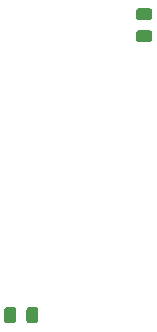
<source format=gtp>
G04 #@! TF.GenerationSoftware,KiCad,Pcbnew,6.0.0-rc1-unknown-e7fa02a~66~ubuntu18.04.1*
G04 #@! TF.CreationDate,2020-06-20T12:06:20-07:00
G04 #@! TF.ProjectId,fp2,6670322e-6b69-4636-9164-5f7063625858,rev?*
G04 #@! TF.SameCoordinates,Original*
G04 #@! TF.FileFunction,Paste,Top*
G04 #@! TF.FilePolarity,Positive*
%FSLAX46Y46*%
G04 Gerber Fmt 4.6, Leading zero omitted, Abs format (unit mm)*
G04 Created by KiCad (PCBNEW 6.0.0-rc1-unknown-e7fa02a~66~ubuntu18.04.1) date Sat 20 Jun 2020 12:06:20 PM PDT*
%MOMM*%
%LPD*%
G04 APERTURE LIST*
%ADD10C,0.100000*%
%ADD11C,0.975000*%
G04 APERTURE END LIST*
D10*
G36*
X417511142Y-284035174D02*
G01*
X417534803Y-284038684D01*
X417558007Y-284044496D01*
X417580529Y-284052554D01*
X417602153Y-284062782D01*
X417622670Y-284075079D01*
X417641883Y-284089329D01*
X417659607Y-284105393D01*
X417675671Y-284123117D01*
X417689921Y-284142330D01*
X417702218Y-284162847D01*
X417712446Y-284184471D01*
X417720504Y-284206993D01*
X417726316Y-284230197D01*
X417729826Y-284253858D01*
X417731000Y-284277750D01*
X417731000Y-285190250D01*
X417729826Y-285214142D01*
X417726316Y-285237803D01*
X417720504Y-285261007D01*
X417712446Y-285283529D01*
X417702218Y-285305153D01*
X417689921Y-285325670D01*
X417675671Y-285344883D01*
X417659607Y-285362607D01*
X417641883Y-285378671D01*
X417622670Y-285392921D01*
X417602153Y-285405218D01*
X417580529Y-285415446D01*
X417558007Y-285423504D01*
X417534803Y-285429316D01*
X417511142Y-285432826D01*
X417487250Y-285434000D01*
X416999750Y-285434000D01*
X416975858Y-285432826D01*
X416952197Y-285429316D01*
X416928993Y-285423504D01*
X416906471Y-285415446D01*
X416884847Y-285405218D01*
X416864330Y-285392921D01*
X416845117Y-285378671D01*
X416827393Y-285362607D01*
X416811329Y-285344883D01*
X416797079Y-285325670D01*
X416784782Y-285305153D01*
X416774554Y-285283529D01*
X416766496Y-285261007D01*
X416760684Y-285237803D01*
X416757174Y-285214142D01*
X416756000Y-285190250D01*
X416756000Y-284277750D01*
X416757174Y-284253858D01*
X416760684Y-284230197D01*
X416766496Y-284206993D01*
X416774554Y-284184471D01*
X416784782Y-284162847D01*
X416797079Y-284142330D01*
X416811329Y-284123117D01*
X416827393Y-284105393D01*
X416845117Y-284089329D01*
X416864330Y-284075079D01*
X416884847Y-284062782D01*
X416906471Y-284052554D01*
X416928993Y-284044496D01*
X416952197Y-284038684D01*
X416975858Y-284035174D01*
X416999750Y-284034000D01*
X417487250Y-284034000D01*
X417511142Y-284035174D01*
X417511142Y-284035174D01*
G37*
D11*
X417243500Y-284734000D03*
D10*
G36*
X415636142Y-284035174D02*
G01*
X415659803Y-284038684D01*
X415683007Y-284044496D01*
X415705529Y-284052554D01*
X415727153Y-284062782D01*
X415747670Y-284075079D01*
X415766883Y-284089329D01*
X415784607Y-284105393D01*
X415800671Y-284123117D01*
X415814921Y-284142330D01*
X415827218Y-284162847D01*
X415837446Y-284184471D01*
X415845504Y-284206993D01*
X415851316Y-284230197D01*
X415854826Y-284253858D01*
X415856000Y-284277750D01*
X415856000Y-285190250D01*
X415854826Y-285214142D01*
X415851316Y-285237803D01*
X415845504Y-285261007D01*
X415837446Y-285283529D01*
X415827218Y-285305153D01*
X415814921Y-285325670D01*
X415800671Y-285344883D01*
X415784607Y-285362607D01*
X415766883Y-285378671D01*
X415747670Y-285392921D01*
X415727153Y-285405218D01*
X415705529Y-285415446D01*
X415683007Y-285423504D01*
X415659803Y-285429316D01*
X415636142Y-285432826D01*
X415612250Y-285434000D01*
X415124750Y-285434000D01*
X415100858Y-285432826D01*
X415077197Y-285429316D01*
X415053993Y-285423504D01*
X415031471Y-285415446D01*
X415009847Y-285405218D01*
X414989330Y-285392921D01*
X414970117Y-285378671D01*
X414952393Y-285362607D01*
X414936329Y-285344883D01*
X414922079Y-285325670D01*
X414909782Y-285305153D01*
X414899554Y-285283529D01*
X414891496Y-285261007D01*
X414885684Y-285237803D01*
X414882174Y-285214142D01*
X414881000Y-285190250D01*
X414881000Y-284277750D01*
X414882174Y-284253858D01*
X414885684Y-284230197D01*
X414891496Y-284206993D01*
X414899554Y-284184471D01*
X414909782Y-284162847D01*
X414922079Y-284142330D01*
X414936329Y-284123117D01*
X414952393Y-284105393D01*
X414970117Y-284089329D01*
X414989330Y-284075079D01*
X415009847Y-284062782D01*
X415031471Y-284052554D01*
X415053993Y-284044496D01*
X415077197Y-284038684D01*
X415100858Y-284035174D01*
X415124750Y-284034000D01*
X415612250Y-284034000D01*
X415636142Y-284035174D01*
X415636142Y-284035174D01*
G37*
D11*
X415368500Y-284734000D03*
D10*
G36*
X427200142Y-260625174D02*
G01*
X427223803Y-260628684D01*
X427247007Y-260634496D01*
X427269529Y-260642554D01*
X427291153Y-260652782D01*
X427311670Y-260665079D01*
X427330883Y-260679329D01*
X427348607Y-260695393D01*
X427364671Y-260713117D01*
X427378921Y-260732330D01*
X427391218Y-260752847D01*
X427401446Y-260774471D01*
X427409504Y-260796993D01*
X427415316Y-260820197D01*
X427418826Y-260843858D01*
X427420000Y-260867750D01*
X427420000Y-261355250D01*
X427418826Y-261379142D01*
X427415316Y-261402803D01*
X427409504Y-261426007D01*
X427401446Y-261448529D01*
X427391218Y-261470153D01*
X427378921Y-261490670D01*
X427364671Y-261509883D01*
X427348607Y-261527607D01*
X427330883Y-261543671D01*
X427311670Y-261557921D01*
X427291153Y-261570218D01*
X427269529Y-261580446D01*
X427247007Y-261588504D01*
X427223803Y-261594316D01*
X427200142Y-261597826D01*
X427176250Y-261599000D01*
X426263750Y-261599000D01*
X426239858Y-261597826D01*
X426216197Y-261594316D01*
X426192993Y-261588504D01*
X426170471Y-261580446D01*
X426148847Y-261570218D01*
X426128330Y-261557921D01*
X426109117Y-261543671D01*
X426091393Y-261527607D01*
X426075329Y-261509883D01*
X426061079Y-261490670D01*
X426048782Y-261470153D01*
X426038554Y-261448529D01*
X426030496Y-261426007D01*
X426024684Y-261402803D01*
X426021174Y-261379142D01*
X426020000Y-261355250D01*
X426020000Y-260867750D01*
X426021174Y-260843858D01*
X426024684Y-260820197D01*
X426030496Y-260796993D01*
X426038554Y-260774471D01*
X426048782Y-260752847D01*
X426061079Y-260732330D01*
X426075329Y-260713117D01*
X426091393Y-260695393D01*
X426109117Y-260679329D01*
X426128330Y-260665079D01*
X426148847Y-260652782D01*
X426170471Y-260642554D01*
X426192993Y-260634496D01*
X426216197Y-260628684D01*
X426239858Y-260625174D01*
X426263750Y-260624000D01*
X427176250Y-260624000D01*
X427200142Y-260625174D01*
X427200142Y-260625174D01*
G37*
D11*
X426720000Y-261111500D03*
D10*
G36*
X427200142Y-258750174D02*
G01*
X427223803Y-258753684D01*
X427247007Y-258759496D01*
X427269529Y-258767554D01*
X427291153Y-258777782D01*
X427311670Y-258790079D01*
X427330883Y-258804329D01*
X427348607Y-258820393D01*
X427364671Y-258838117D01*
X427378921Y-258857330D01*
X427391218Y-258877847D01*
X427401446Y-258899471D01*
X427409504Y-258921993D01*
X427415316Y-258945197D01*
X427418826Y-258968858D01*
X427420000Y-258992750D01*
X427420000Y-259480250D01*
X427418826Y-259504142D01*
X427415316Y-259527803D01*
X427409504Y-259551007D01*
X427401446Y-259573529D01*
X427391218Y-259595153D01*
X427378921Y-259615670D01*
X427364671Y-259634883D01*
X427348607Y-259652607D01*
X427330883Y-259668671D01*
X427311670Y-259682921D01*
X427291153Y-259695218D01*
X427269529Y-259705446D01*
X427247007Y-259713504D01*
X427223803Y-259719316D01*
X427200142Y-259722826D01*
X427176250Y-259724000D01*
X426263750Y-259724000D01*
X426239858Y-259722826D01*
X426216197Y-259719316D01*
X426192993Y-259713504D01*
X426170471Y-259705446D01*
X426148847Y-259695218D01*
X426128330Y-259682921D01*
X426109117Y-259668671D01*
X426091393Y-259652607D01*
X426075329Y-259634883D01*
X426061079Y-259615670D01*
X426048782Y-259595153D01*
X426038554Y-259573529D01*
X426030496Y-259551007D01*
X426024684Y-259527803D01*
X426021174Y-259504142D01*
X426020000Y-259480250D01*
X426020000Y-258992750D01*
X426021174Y-258968858D01*
X426024684Y-258945197D01*
X426030496Y-258921993D01*
X426038554Y-258899471D01*
X426048782Y-258877847D01*
X426061079Y-258857330D01*
X426075329Y-258838117D01*
X426091393Y-258820393D01*
X426109117Y-258804329D01*
X426128330Y-258790079D01*
X426148847Y-258777782D01*
X426170471Y-258767554D01*
X426192993Y-258759496D01*
X426216197Y-258753684D01*
X426239858Y-258750174D01*
X426263750Y-258749000D01*
X427176250Y-258749000D01*
X427200142Y-258750174D01*
X427200142Y-258750174D01*
G37*
D11*
X426720000Y-259236500D03*
M02*

</source>
